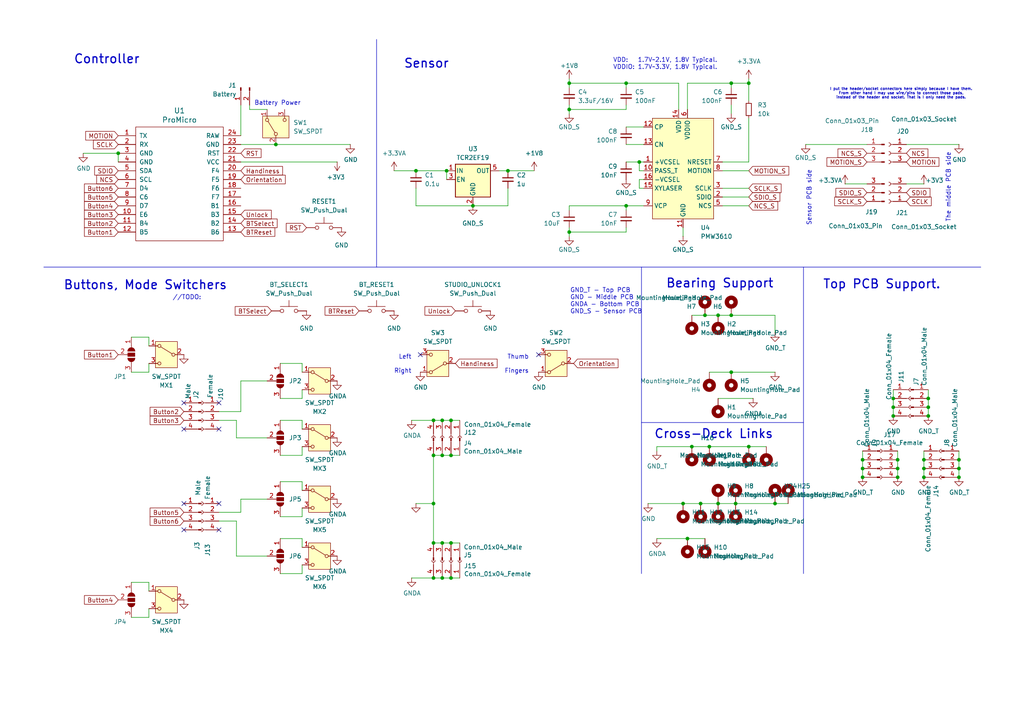
<source format=kicad_sch>
(kicad_sch (version 20250114) (generator "eeschema") (generator_version "9.0")
  (paper "A4")
  (text "//TODO:\n" (at 50.038 86.36 0) (effects (font (size 1.27 1.27)) (justify left)))
  (text "VDD:   1.7V~2.1V, 1.8V Typical.\nVDDIO: 1.7V~3.3V, 1.8V Typical." (at 177.8 20.32 0) (effects (font (size 1.27 1.27)) (justify left bottom)))
  (text "Battery Power" (at 80.518 29.972 0) (effects (font (size 1.27 1.27))))
  (text "I put the header/socket connectors here simply because I have them.\nFrom other hand I may use wire/pins to connect those pads,\ninstead of the header and socket. That is I only need the pads." (at 261.366 27.178 0) (effects (font (size 0.762 0.762))))
  (text "GND_T - Top PCB\nGND - Middle PCB \nGNDA - Bottom PCB\nGND_S - Sensor PCB" (at 165.354 87.376 0) (effects (font (size 1.27 1.27)) (justify left)))
  (text "Top PCB Support." (at 255.778 82.55 0) (effects (font (size 2.54 2.54) (thickness 0.3556) (bold yes))))
  (text "The middle PCB side" (at 275.082 54.356 90) (effects (font (size 1.27 1.27))))
  (text "Sensor PCB side" (at 234.696 57.404 90) (effects (font (size 1.27 1.27))))
  (text "Thumb\n\nFingers" (at 153.416 105.664 0) (effects (font (size 1.27 1.27)) (justify right)))
  (text "Buttons, Mode Switchers" (at 42.164 82.804 0) (effects (font (size 2.54 2.54) (thickness 0.3556) (bold yes))))
  (text "Controller" (at 30.988 17.272 0) (effects (font (size 2.54 2.54) (thickness 0.3556) (bold yes))))
  (text "Bearing Support" (at 208.788 82.296 0) (effects (font (size 2.54 2.54) (thickness 0.3556) (bold yes))))
  (text "Cross-Deck Links" (at 207.01 125.984 0) (effects (font (size 2.54 2.54) (thickness 0.3556) (bold yes))))
  (text "Sensor" (at 123.698 18.542 0) (effects (font (size 2.54 2.54) (thickness 0.3556) (bold yes))))
  (text "Left\n\nRight" (at 119.38 105.664 0) (effects (font (size 1.27 1.27)) (justify right)))
  (junction (at 165.1 24.13))
  (junction (at 278.13 133.35))
  (junction (at 125.73 157.48))
  (junction (at 260.35 135.89))
  (junction (at 129.54 49.53))
  (junction (at 217.17 24.13))
  (junction (at 205.74 129.54))
  (junction (at 278.13 138.43))
  (junction (at 212.09 91.44))
  (junction (at 213.36 146.05))
  (junction (at 137.16 59.69))
  (junction (at 199.39 156.21))
  (junction (at 259.08 118.11))
  (junction (at 165.1 31.75))
  (junction (at 278.13 135.89))
  (junction (at 130.81 132.08))
  (junction (at 259.08 120.65))
  (junction (at 208.28 91.44))
  (junction (at 267.97 138.43))
  (junction (at 185.42 46.99))
  (junction (at 125.73 167.64))
  (junction (at 212.09 107.95))
  (junction (at 217.17 129.54))
  (junction (at 130.81 157.48))
  (junction (at 267.97 133.35))
  (junction (at 130.81 121.92))
  (junction (at 125.73 121.92))
  (junction (at 80.01 41.91))
  (junction (at 165.1 67.31))
  (junction (at 224.79 146.05))
  (junction (at 130.81 167.64))
  (junction (at 250.19 133.35))
  (junction (at 212.09 24.13))
  (junction (at 181.61 24.13))
  (junction (at 204.47 91.44))
  (junction (at 259.08 115.57))
  (junction (at 120.65 49.53))
  (junction (at 198.12 146.05))
  (junction (at 128.27 132.08))
  (junction (at 208.28 146.05))
  (junction (at 125.73 146.05))
  (junction (at 260.35 138.43))
  (junction (at 128.27 167.64))
  (junction (at 128.27 121.92))
  (junction (at 267.97 135.89))
  (junction (at 181.61 59.69))
  (junction (at 34.29 44.45))
  (junction (at 200.66 129.54))
  (junction (at 269.24 118.11))
  (junction (at 250.19 138.43))
  (junction (at 125.73 132.08))
  (junction (at 260.35 133.35))
  (junction (at 147.32 49.53))
  (junction (at 203.2 146.05))
  (junction (at 128.27 157.48))
  (junction (at 269.24 115.57))
  (junction (at 269.24 120.65))
  (junction (at 250.19 135.89))
  (no_connect (at 53.34 146.05))
  (no_connect (at 156.21 102.87))
  (no_connect (at 53.34 124.46))
  (no_connect (at 63.5 146.05))
  (no_connect (at 63.5 153.67))
  (no_connect (at 53.34 153.67))
  (no_connect (at 53.34 116.84))
  (no_connect (at 63.5 116.84))
  (no_connect (at 63.5 124.46))
  (no_connect (at 121.92 102.87))
  (wire (pts (xy 165.1 31.75) (xy 181.61 31.75)))
  (wire (pts (xy 144.78 49.53) (xy 147.32 49.53)))
  (wire (pts (xy 269.24 113.03) (xy 269.24 115.57)))
  (wire (pts (xy 181.61 60.96) (xy 181.61 59.69)))
  (wire (pts (xy 120.65 146.05) (xy 125.73 146.05)))
  (wire (pts (xy 87.63 132.08) (xy 87.63 129.54)))
  (wire (pts (xy 199.39 156.21) (xy 190.5 156.21)))
  (wire (pts (xy 87.63 139.7) (xy 87.63 142.24)))
  (wire (pts (xy 204.47 91.44) (xy 208.28 91.44)))
  (wire (pts (xy 87.63 149.86) (xy 87.63 147.32)))
  (wire (pts (xy 43.18 168.91) (xy 38.1 168.91)))
  (wire (pts (xy 137.16 59.69) (xy 147.32 59.69)))
  (wire (pts (xy 69.85 46.99) (xy 97.79 46.99)))
  (wire (pts (xy 87.63 166.37) (xy 87.63 163.83)))
  (wire (pts (xy 125.73 132.08) (xy 125.73 146.05)))
  (wire (pts (xy 125.73 146.05) (xy 125.73 157.48)))
  (wire (pts (xy 190.5 129.54) (xy 200.66 129.54)))
  (wire (pts (xy 181.61 59.69) (xy 186.69 59.69)))
  (wire (pts (xy 181.61 41.91) (xy 186.69 41.91)))
  (wire (pts (xy 69.85 144.78) (xy 77.47 144.78)))
  (wire (pts (xy 120.65 54.61) (xy 120.65 59.69)))
  (wire (pts (xy 208.28 115.57) (xy 218.44 115.57)))
  (wire (pts (xy 260.35 130.81) (xy 260.35 133.35)))
  (polyline (pts (xy 233.045 77.47) (xy 233.045 166.37)))
  (wire (pts (xy 128.27 167.64) (xy 130.81 167.64)))
  (wire (pts (xy 69.85 119.38) (xy 63.5 119.38)))
  (wire (pts (xy 147.32 59.69) (xy 147.32 54.61)))
  (wire (pts (xy 181.61 67.31) (xy 181.61 66.04)))
  (wire (pts (xy 181.61 46.99) (xy 185.42 46.99)))
  (wire (pts (xy 165.1 24.13) (xy 165.1 25.4)))
  (wire (pts (xy 101.6 41.91) (xy 80.01 41.91)))
  (wire (pts (xy 69.85 119.38) (xy 69.85 110.49)))
  (polyline (pts (xy 186.055 77.47) (xy 186.055 166.37)))
  (wire (pts (xy 165.1 33.02) (xy 165.1 31.75)))
  (wire (pts (xy 181.61 24.13) (xy 181.61 25.4)))
  (wire (pts (xy 125.73 132.08) (xy 128.27 132.08)))
  (wire (pts (xy 203.2 146.05) (xy 208.28 146.05)))
  (wire (pts (xy 245.11 53.34) (xy 251.46 53.34)))
  (wire (pts (xy 185.42 49.53) (xy 185.42 46.99)))
  (wire (pts (xy 87.63 115.57) (xy 87.63 113.03)))
  (wire (pts (xy 199.39 156.21) (xy 204.47 156.21)))
  (wire (pts (xy 63.5 121.92) (xy 68.58 121.92)))
  (wire (pts (xy 217.17 24.13) (xy 217.17 29.21)))
  (wire (pts (xy 119.38 121.92) (xy 125.73 121.92)))
  (polyline (pts (xy 186.055 122.555) (xy 233.045 122.555)))
  (wire (pts (xy 130.81 167.64) (xy 133.35 167.64)))
  (wire (pts (xy 213.36 146.05) (xy 224.79 146.05)))
  (wire (pts (xy 119.38 167.64) (xy 125.73 167.64)))
  (wire (pts (xy 147.32 49.53) (xy 154.94 49.53)))
  (wire (pts (xy 185.42 46.99) (xy 186.69 46.99)))
  (wire (pts (xy 38.1 179.07) (xy 43.18 179.07)))
  (wire (pts (xy 43.18 107.95) (xy 43.18 105.41)))
  (wire (pts (xy 217.17 22.86) (xy 217.17 24.13)))
  (wire (pts (xy 186.69 54.61) (xy 185.42 54.61)))
  (wire (pts (xy 125.73 121.92) (xy 128.27 121.92)))
  (wire (pts (xy 81.28 105.41) (xy 87.63 105.41)))
  (wire (pts (xy 259.08 118.11) (xy 259.08 120.65)))
  (wire (pts (xy 199.39 24.13) (xy 212.09 24.13)))
  (wire (pts (xy 250.19 130.81) (xy 250.19 133.35)))
  (wire (pts (xy 128.27 132.08) (xy 130.81 132.08)))
  (wire (pts (xy 190.5 129.54) (xy 190.5 130.81)))
  (wire (pts (xy 224.79 146.05) (xy 228.6 146.05)))
  (wire (pts (xy 217.17 129.54) (xy 222.25 129.54)))
  (wire (pts (xy 63.5 151.13) (xy 68.58 151.13)))
  (wire (pts (xy 69.85 41.91) (xy 80.01 41.91)))
  (wire (pts (xy 24.13 44.45) (xy 34.29 44.45)))
  (wire (pts (xy 262.89 41.91) (xy 278.13 41.91)))
  (wire (pts (xy 81.28 132.08) (xy 87.63 132.08)))
  (wire (pts (xy 129.54 49.53) (xy 129.54 52.07)))
  (wire (pts (xy 185.42 54.61) (xy 185.42 52.07)))
  (wire (pts (xy 200.66 129.54) (xy 205.74 129.54)))
  (wire (pts (xy 165.1 67.31) (xy 181.61 67.31)))
  (wire (pts (xy 77.47 31.75) (xy 72.39 31.75)))
  (wire (pts (xy 262.89 53.34) (xy 267.97 53.34)))
  (wire (pts (xy 217.17 57.15) (xy 209.55 57.15)))
  (wire (pts (xy 128.27 121.92) (xy 130.81 121.92)))
  (wire (pts (xy 208.28 146.05) (xy 213.36 146.05)))
  (wire (pts (xy 209.55 49.53) (xy 217.17 49.53)))
  (wire (pts (xy 217.17 54.61) (xy 209.55 54.61)))
  (wire (pts (xy 43.18 171.45) (xy 43.18 168.91)))
  (wire (pts (xy 212.09 30.48) (xy 212.09 33.02)))
  (wire (pts (xy 269.24 115.57) (xy 269.24 118.11)))
  (wire (pts (xy 260.35 133.35) (xy 260.35 135.89)))
  (wire (pts (xy 130.81 157.48) (xy 133.35 157.48)))
  (wire (pts (xy 87.63 156.21) (xy 87.63 158.75)))
  (wire (pts (xy 185.42 52.07) (xy 186.69 52.07)))
  (wire (pts (xy 278.13 133.35) (xy 278.13 135.89)))
  (wire (pts (xy 205.74 107.95) (xy 212.09 107.95)))
  (wire (pts (xy 267.97 133.35) (xy 267.97 135.89)))
  (wire (pts (xy 72.39 31.75) (xy 72.39 30.48)))
  (wire (pts (xy 217.17 46.99) (xy 217.17 34.29)))
  (wire (pts (xy 196.85 24.13) (xy 196.85 31.75)))
  (wire (pts (xy 186.69 49.53) (xy 185.42 49.53)))
  (wire (pts (xy 81.28 121.92) (xy 87.63 121.92)))
  (wire (pts (xy 259.08 115.57) (xy 259.08 118.11)))
  (wire (pts (xy 130.81 121.92) (xy 133.35 121.92)))
  (wire (pts (xy 269.24 118.11) (xy 269.24 120.65)))
  (wire (pts (xy 250.19 135.89) (xy 250.19 138.43)))
  (wire (pts (xy 260.35 135.89) (xy 260.35 138.43)))
  (wire (pts (xy 165.1 67.31) (xy 165.1 66.04)))
  (wire (pts (xy 205.74 129.54) (xy 217.17 129.54)))
  (wire (pts (xy 198.12 68.58) (xy 198.12 66.04)))
  (wire (pts (xy 34.29 46.99) (xy 34.29 44.45)))
  (wire (pts (xy 212.09 24.13) (xy 217.17 24.13)))
  (wire (pts (xy 165.1 22.86) (xy 165.1 24.13)))
  (wire (pts (xy 120.65 59.69) (xy 137.16 59.69)))
  (wire (pts (xy 81.28 166.37) (xy 87.63 166.37)))
  (wire (pts (xy 198.12 146.05) (xy 203.2 146.05)))
  (wire (pts (xy 209.55 46.99) (xy 217.17 46.99)))
  (wire (pts (xy 165.1 24.13) (xy 181.61 24.13)))
  (wire (pts (xy 43.18 100.33) (xy 43.18 97.79)))
  (wire (pts (xy 212.09 107.95) (xy 224.79 107.95)))
  (wire (pts (xy 125.73 157.48) (xy 128.27 157.48)))
  (wire (pts (xy 200.66 91.44) (xy 204.47 91.44)))
  (wire (pts (xy 68.58 161.29) (xy 77.47 161.29)))
  (wire (pts (xy 38.1 107.95) (xy 43.18 107.95)))
  (wire (pts (xy 68.58 151.13) (xy 68.58 161.29)))
  (wire (pts (xy 212.09 24.13) (xy 212.09 25.4)))
  (wire (pts (xy 114.3 49.53) (xy 120.65 49.53)))
  (wire (pts (xy 208.28 91.44) (xy 212.09 91.44)))
  (wire (pts (xy 217.17 59.69) (xy 209.55 59.69)))
  (wire (pts (xy 181.61 36.83) (xy 186.69 36.83)))
  (wire (pts (xy 81.28 115.57) (xy 87.63 115.57)))
  (wire (pts (xy 165.1 68.58) (xy 165.1 67.31)))
  (wire (pts (xy 259.08 113.03) (xy 259.08 115.57)))
  (wire (pts (xy 81.28 156.21) (xy 87.63 156.21)))
  (wire (pts (xy 43.18 179.07) (xy 43.18 176.53)))
  (wire (pts (xy 278.13 130.81) (xy 278.13 133.35)))
  (polyline (pts (xy 12.7 77.47) (xy 284.48 77.47)))
  (wire (pts (xy 63.5 148.59) (xy 69.85 148.59)))
  (wire (pts (xy 81.28 149.86) (xy 87.63 149.86)))
  (wire (pts (xy 165.1 60.96) (xy 165.1 59.69)))
  (wire (pts (xy 87.63 105.41) (xy 87.63 107.95)))
  (wire (pts (xy 187.96 146.05) (xy 198.12 146.05)))
  (wire (pts (xy 43.18 97.79) (xy 38.1 97.79)))
  (wire (pts (xy 69.85 30.48) (xy 69.85 39.37)))
  (wire (pts (xy 267.97 135.89) (xy 267.97 138.43)))
  (wire (pts (xy 233.68 41.91) (xy 251.46 41.91)))
  (wire (pts (xy 81.28 139.7) (xy 87.63 139.7)))
  (wire (pts (xy 69.85 110.49) (xy 77.47 110.49)))
  (wire (pts (xy 128.27 157.48) (xy 130.81 157.48)))
  (wire (pts (xy 212.09 91.44) (xy 224.79 91.44)))
  (wire (pts (xy 69.85 148.59) (xy 69.85 144.78)))
  (wire (pts (xy 120.65 49.53) (xy 129.54 49.53)))
  (wire (pts (xy 181.61 31.75) (xy 181.61 30.48)))
  (wire (pts (xy 68.58 121.92) (xy 68.58 127)))
  (wire (pts (xy 68.58 127) (xy 77.47 127)))
  (polyline (pts (xy 109.22 11.43) (xy 109.22 77.47)))
  (wire (pts (xy 125.73 167.64) (xy 128.27 167.64)))
  (wire (pts (xy 267.97 130.81) (xy 267.97 133.35)))
  (wire (pts (xy 130.81 132.08) (xy 133.35 132.08)))
  (wire (pts (xy 181.61 24.13) (xy 196.85 24.13)))
  (wire (pts (xy 165.1 59.69) (xy 181.61 59.69)))
  (wire (pts (xy 278.13 135.89) (xy 278.13 138.43)))
  (wire (pts (xy 87.63 121.92) (xy 87.63 124.46)))
  (wire (pts (xy 250.19 133.35) (xy 250.19 135.89)))
  (wire (pts (xy 199.39 24.13) (xy 199.39 31.75)))
  (wire (pts (xy 165.1 31.75) (xy 165.1 30.48)))
  (wire (pts (xy 224.79 91.44) (xy 224.79 96.52)))
  (global_label "BTReset" (shape input) (at 104.14 90.17 180) (property "Intersheetrefs" "${INTERSHEET_REFS}" (effects (hide yes))))
  (global_label "BTSelect" (shape input) (at 78.74 90.17 180) (property "Intersheetrefs" "${INTERSHEET_REFS}" (effects (hide yes))))
  (global_label "MOTION" (shape input) (at 262.89 46.99 0) (property "Intersheetrefs" "${INTERSHEET_REFS}" (effects (hide yes))))
  (global_label "Button1" (shape input) (at 34.29 67.31 180) (property "Intersheetrefs" "${INTERSHEET_REFS}" (effects (hide yes))))
  (global_label "RST" (shape input) (at 69.85 44.45 0) (property "Intersheetrefs" "${INTERSHEET_REFS}" (effects (hide yes))))
  (global_label "Handiness" (shape input) (at 69.85 49.53 0) (property "Intersheetrefs" "${INTERSHEET_REFS}" (effects (hide yes))))
  (global_label "SDIO_S" (shape input) (at 217.17 57.15 0) (property "Intersheetrefs" "${INTERSHEET_REFS}" (effects (hide yes))))
  (global_label "Button3" (shape input) (at 34.29 62.23 180) (property "Intersheetrefs" "${INTERSHEET_REFS}" (effects (hide yes))))
  (global_label "MOTION" (shape input) (at 34.29 39.37 180) (property "Intersheetrefs" "${INTERSHEET_REFS}" (effects (hide yes))))
  (global_label "Button6" (shape input) (at 34.29 54.61 180) (property "Intersheetrefs" "${INTERSHEET_REFS}" (effects (hide yes))))
  (global_label "Button1" (shape input) (at 34.29 102.87 180) (property "Intersheetrefs" "${INTERSHEET_REFS}" (effects (hide yes))))
  (global_label "NCS" (shape input) (at 34.29 52.07 180) (property "Intersheetrefs" "${INTERSHEET_REFS}" (effects (hide yes))))
  (global_label "Orientation" (shape input) (at 166.37 105.41 0) (property "Intersheetrefs" "${INTERSHEET_REFS}" (effects (hide yes))))
  (global_label "NCS_S" (shape input) (at 217.17 59.69 0) (property "Intersheetrefs" "${INTERSHEET_REFS}" (effects (hide yes))))
  (global_label "Unlock" (shape input) (at 132.08 90.17 180) (property "Intersheetrefs" "${INTERSHEET_REFS}" (effects (hide yes))))
  (global_label "Button5" (shape input) (at 53.34 148.59 180) (property "Intersheetrefs" "${INTERSHEET_REFS}" (effects (hide yes))))
  (global_label "Orientation" (shape input) (at 69.85 52.07 0) (property "Intersheetrefs" "${INTERSHEET_REFS}" (effects (hide yes))))
  (global_label "SDIO_S" (shape input) (at 251.46 55.88 180) (property "Intersheetrefs" "${INTERSHEET_REFS}" (effects (hide yes))))
  (global_label "NCS" (shape input) (at 262.89 44.45 0) (property "Intersheetrefs" "${INTERSHEET_REFS}" (effects (hide yes))))
  (global_label "SCLK_S" (shape input) (at 217.17 54.61 0) (property "Intersheetrefs" "${INTERSHEET_REFS}" (effects (hide yes))))
  (global_label "Button4" (shape input) (at 34.29 173.99 180) (property "Intersheetrefs" "${INTERSHEET_REFS}" (effects (hide yes))))
  (global_label "NCS_S" (shape input) (at 251.46 44.45 180) (property "Intersheetrefs" "${INTERSHEET_REFS}" (effects (hide yes))))
  (global_label "MOTION_S" (shape input) (at 251.46 46.99 180) (property "Intersheetrefs" "${INTERSHEET_REFS}" (effects (hide yes))))
  (global_label "Button2" (shape input) (at 34.29 64.77 180) (property "Intersheetrefs" "${INTERSHEET_REFS}" (effects (hide yes))))
  (global_label "RST" (shape input) (at 88.9 66.04 180) (property "Intersheetrefs" "${INTERSHEET_REFS}" (effects (hide yes))))
  (global_label "SCLK" (shape input) (at 34.29 41.91 180) (property "Intersheetrefs" "${INTERSHEET_REFS}" (effects (hide yes))))
  (global_label "Button6" (shape input) (at 53.34 151.13 180) (property "Intersheetrefs" "${INTERSHEET_REFS}" (effects (hide yes))))
  (global_label "Handiness" (shape input) (at 132.08 105.41 0) (property "Intersheetrefs" "${INTERSHEET_REFS}" (effects (hide yes))))
  (global_label "Button5" (shape input) (at 34.29 57.15 180) (property "Intersheetrefs" "${INTERSHEET_REFS}" (effects (hide yes))))
  (global_label "MOTION_S" (shape input) (at 217.17 49.53 0) (property "Intersheetrefs" "${INTERSHEET_REFS}" (effects (hide yes))))
  (global_label "SCLK" (shape input) (at 262.89 58.42 0) (property "Intersheetrefs" "${INTERSHEET_REFS}" (effects (hide yes))))
  (global_label "SDIO" (shape input) (at 34.29 49.53 180) (property "Intersheetrefs" "${INTERSHEET_REFS}" (effects (hide yes))))
  (global_label "SDIO" (shape input) (at 262.89 55.88 0) (property "Intersheetrefs" "${INTERSHEET_REFS}" (effects (hide yes))))
  (global_label "Button4" (shape input) (at 34.29 59.69 180) (property "Intersheetrefs" "${INTERSHEET_REFS}" (effects (hide yes))))
  (global_label "SCLK_S" (shape input) (at 251.46 58.42 180) (property "Intersheetrefs" "${INTERSHEET_REFS}" (effects (hide yes))))
  (global_label "BTSelect" (shape input) (at 69.85 64.77 0) (property "Intersheetrefs" "${INTERSHEET_REFS}" (effects (hide yes))))
  (global_label "Unlock" (shape input) (at 69.85 62.23 0) (property "Intersheetrefs" "${INTERSHEET_REFS}" (effects (hide yes))))
  (global_label "BTReset" (shape input) (at 69.85 67.31 0) (property "Intersheetrefs" "${INTERSHEET_REFS}" (effects (hide yes))))
  (global_label "Button2" (shape input) (at 53.34 119.38 180) (property "Intersheetrefs" "${INTERSHEET_REFS}" (effects (hide yes))))
  (global_label "Button3" (shape input) (at 53.34 121.92 180) (property "Intersheetrefs" "${INTERSHEET_REFS}" (effects (hide yes))))
  (symbol (lib_id "promicro:ProMicro") (at 52.07 58.42 0) (unit 1)
    (property "Reference" "U1" (at 52.07 32.0802 0) (effects (font (size 1.524 1.524))))
    (property "Value" "ProMicro" (at 52.07 34.7726 0) (effects (font (size 1.524 1.524))))
    (property "Footprint" "promicro:ProMicro" (effects (hide yes)))
  )
  (symbol (lib_id "Connector:Conn_01x04_Male") (at 58.42 148.59 0) (mirror y) (unit 1)
    (property "Reference" "J3" (at 57.15 159.512 90) (effects (justify left)))
    (property "Value" "Male" (at 57.404 143.764 90) (effects (justify left)))
    (property "Footprint" "Connector_PinHeader_2.54mm:PinHeader_1x04_P2.54mm_Vertical" (effects (hide yes)))
  )
  (symbol (lib_id "Connector:Conn_01x04_Male") (at 130.81 162.56 270) (mirror x) (unit 1)
    (property "Reference" "J5" (at 134.4676 160.9852 90) (effects (justify left)))
    (property "Value" "Conn_01x04_Male" (at 134.4676 158.6738 90) (effects (justify left)))
    (property "Footprint" "Connector_PinHeader_2.54mm:PinHeader_1x04_P2.54mm_Vertical" (effects (hide yes)))
  )
  (symbol (lib_id "Connector:Conn_01x04_Male") (at 58.42 119.38 0) (mirror y) (unit 1)
    (property "Reference" "J2" (at 56.8452 115.7224 90) (effects (justify left)))
    (property "Value" "Male" (at 54.5338 115.7224 90) (effects (justify left)))
    (property "Footprint" "Connector_PinHeader_2.54mm:PinHeader_1x04_P2.54mm_Vertical" (effects (hide yes)))
  )
  (symbol (lib_id "Connector:Conn_01x04_Male") (at 130.81 127 270) (unit 1)
    (property "Reference" "J4" (at 134.4676 128.5748 90) (effects (justify left)))
    (property "Value" "Conn_01x04_Male" (at 134.4676 130.8862 90) (effects (justify left)))
    (property "Footprint" "Connector_PinHeader_2.54mm:PinHeader_1x04_P2.54mm_Vertical" (effects (hide yes)))
  )
  (symbol (lib_id "power:GND") (at 24.13 44.45 0) (unit 1)
    (property "Reference" "#PWR0103" (effects (hide yes)))
    (property "Value" "GND" (at 24.257 48.8442 0))
  )
  (symbol (lib_id "power:+3V3") (at 97.79 46.99 180) (unit 1)
    (property "Reference" "#PWR0104" (effects (hide yes)))
    (property "Value" "+3V3" (at 97.409 51.3842 0))
  )
  (symbol (lib_id "power:GND") (at 101.6 41.91 0) (unit 1)
    (property "Reference" "#PWR0105" (effects (hide yes)))
    (property "Value" "GND" (at 101.727 46.3042 0))
  )
  (symbol (lib_id "Connector:Conn_01x04_Female") (at 58.42 119.38 0) (mirror y) (unit 1)
    (property "Reference" "J10" (at 64.008 112.522 90) (effects (justify right)))
    (property "Value" "Female" (at 60.96 108.458 90) (effects (justify right)))
    (property "Footprint" "Connector_PinSocket_2.54mm:PinSocket_1x04_P2.54mm_Vertical" (effects (hide yes)))
  )
  (symbol (lib_id "Connector:Conn_01x04_Female") (at 264.16 115.57 0) (unit 1)
    (property "Reference" "J11" (at 261.366 107.442 90) (effects (justify right)))
    (property "Value" "Conn_01x04_Female" (at 257.81 96.52 90) (effects (justify right)))
    (property "Footprint" "Connector_PinSocket_2.54mm:PinSocket_1x04_P2.54mm_Vertical" (effects (hide yes)))
  )
  (symbol (lib_id "Connector:Conn_01x04_Female") (at 130.81 127 270) (unit 1)
    (property "Reference" "J12" (at 134.5692 125.4252 90) (effects (justify left)))
    (property "Value" "Conn_01x04_Female" (at 134.5692 123.1138 90) (effects (justify left)))
    (property "Footprint" "Connector_PinSocket_2.54mm:PinSocket_1x04_P2.54mm_Vertical" (effects (hide yes)))
  )
  (symbol (lib_id "Connector:Conn_01x04_Female") (at 58.42 148.59 0) (mirror y) (unit 1)
    (property "Reference" "J13" (at 60.198 157.734 90) (effects (justify right)))
    (property "Value" "Female" (at 60.198 137.922 90) (effects (justify right)))
    (property "Footprint" "Connector_PinSocket_2.54mm:PinSocket_1x04_P2.54mm_Vertical" (effects (hide yes)))
  )
  (symbol (lib_id "Connector:Conn_01x04_Female") (at 273.05 133.35 0) (unit 1)
    (property "Reference" "J14" (at 271.4752 140.6652 90) (effects (justify right)))
    (property "Value" "Conn_01x04_Female" (at 269.1638 140.6652 90) (effects (justify right)))
    (property "Footprint" "Connector_PinSocket_2.54mm:PinSocket_1x04_P2.54mm_Vertical" (effects (hide yes)))
  )
  (symbol (lib_id "Connector:Conn_01x04_Female") (at 130.81 162.56 270) (mirror x) (unit 1)
    (property "Reference" "J15" (at 134.5692 164.1348 90) (effects (justify left)))
    (property "Value" "Conn_01x04_Female" (at 134.5692 166.4462 90) (effects (justify left)))
    (property "Footprint" "Connector_PinSocket_2.54mm:PinSocket_1x04_P2.54mm_Vertical" (effects (hide yes)))
  )
  (symbol (lib_id "Connector:Conn_01x04_Female") (at 255.27 133.35 0) (mirror y) (unit 1)
    (property "Reference" "J17" (at 258.0132 126.111 0))
    (property "Value" "Conn_01x04_Female" (at 258.0132 128.4224 0))
    (property "Footprint" "Connector_PinSocket_2.54mm:PinSocket_1x04_P2.54mm_Vertical" (effects (hide yes)))
  )
  (symbol (lib_id "Connector:Conn_01x04_Male") (at 264.16 115.57 0) (unit 1)
    (property "Reference" "J7" (at 265.7348 111.9124 90) (effects (justify left)))
    (property "Value" "Conn_01x04_Male" (at 268.0462 111.9124 90) (effects (justify left)))
    (property "Footprint" "Connector_PinHeader_2.54mm:PinHeader_1x04_P2.54mm_Vertical" (effects (hide yes)))
  )
  (symbol (lib_id "Connector:Conn_01x04_Male") (at 273.05 133.35 0) (unit 1)
    (property "Reference" "J8" (at 274.6248 129.6924 90) (effects (justify left)))
    (property "Value" "Conn_01x04_Male" (at 276.9362 129.6924 90) (effects (justify left)))
    (property "Footprint" "Connector_PinHeader_2.54mm:PinHeader_1x04_P2.54mm_Vertical" (effects (hide yes)))
  )
  (symbol (lib_id "Connector:Conn_01x04_Male") (at 255.27 133.35 0) (mirror y) (unit 1)
    (property "Reference" "J9" (at 253.6952 129.6924 90) (effects (justify left)))
    (property "Value" "Conn_01x04_Male" (at 251.3838 129.6924 90) (effects (justify left)))
    (property "Footprint" "Connector_PinHeader_2.54mm:PinHeader_1x04_P2.54mm_Vertical" (effects (hide yes)))
  )
  (symbol (lib_id "power:GNDA") (at 119.38 121.92 0) (unit 1)
    (property "Reference" "#PWR0108" (effects (hide yes)))
    (property "Value" "GNDA" (at 119.507 126.3142 0))
  )
  (symbol (lib_id "Connector:Conn_01x03_Socket") (at 257.81 44.45 0) (mirror y) (unit 1)
    (property "Reference" "J20" (at 261.874 38.1 0))
    (property "Value" "Conn_01x03_Socket" (at 267.97 34.544 0))
    (property "Footprint" "Connector_PinSocket_2.54mm:PinSocket_1x03_P2.54mm_Vertical" (effects (hide yes)))
    (property "Description" "Generic connector, single row, 01x03, script generated" (effects (hide yes)))
  )
  (symbol (lib_id "power:GND") (at 267.97 138.43 0) (unit 1)
    (property "Reference" "#PWR020" (effects (hide yes)))
    (property "Value" "GND" (at 268.097 142.8242 0))
  )
  (symbol (lib_id "Jumper:SolderJumper_3_Open") (at 38.1 102.87 270) (unit 1) (in_bom no)
    (property "Reference" "JP1" (at 33.02 109.22 90) (effects (justify left)))
    (property "Value" "SolderJumper_3_Open" (effects (hide yes)))
    (property "Footprint" "Jumper:SolderJumper-3_P1.3mm_Open_RoundedPad1.0x1.5mm" (effects (hide yes)))
    (property "Description" "Solder Jumper, 3-pole, open" (effects (hide yes)))
  )
  (symbol (lib_id "Mechanical:MountingHole_Pad") (at 203.2 148.59 180) (unit 1) (in_bom no)
    (property "Reference" "H12" (at 205.74 148.5899 0) (effects (justify right)))
    (property "Value" "MountingHole_Pad" (at 205.74 151.1299 0) (effects (justify right)))
    (property "Footprint" "MountingHole:MountingHole_3.5mm_Pad" (effects (hide yes)))
    (property "Description" "Mounting Hole with connection" (effects (hide yes)))
  )
  (symbol (lib_id "power:GND") (at 99.06 66.04 0) (unit 1)
    (property "Reference" "#PWR017" (effects (hide yes)))
    (property "Value" "GND" (at 99.06 71.12 0))
    (property "Description" "Power symbol creates a global label with name \"GND\" , ground" (effects (hide yes)))
  )
  (symbol (lib_id "Device:C_Small") (at 120.65 52.07 0) (unit 1)
    (property "Reference" "C1" (at 123.19 50.8062 0) (effects (justify left)))
    (property "Value" "0.1u" (at 123.19 53.3462 0) (effects (justify left)))
    (property "Footprint" "Capacitor_SMD:C_0402_1005Metric" (effects (hide yes)))
    (property "Description" "Unpolarized capacitor, small symbol" (effects (hide yes)))
  )
  (symbol (lib_id "Mechanical:MountingHole_Pad") (at 205.74 110.49 180) (unit 1) (in_bom no)
    (property "Reference" "H4" (at 203.2 113.0301 0) (effects (justify left)))
    (property "Value" "MountingHole_Pad" (at 203.2 110.4901 0) (effects (justify left)))
    (property "Footprint" "MountingHole:MountingHole_2.5mm_Pad" (effects (hide yes)))
    (property "Description" "Mounting Hole with connection" (effects (hide yes)))
  )
  (symbol (lib_id "power:+1V8") (at 154.94 49.53 0) (unit 1)
    (property "Reference" "#PWR03" (effects (hide yes)))
    (property "Value" "+1V8" (at 154.94 44.45 0))
    (property "Description" "Power symbol creates a global label with name \"+1V8\"" (effects (hide yes)))
  )
  (symbol (lib_id "Mechanical:MountingHole_Pad") (at 224.79 143.51 0) (unit 1) (in_bom no)
    (property "Reference" "H24" (at 227.33 140.9699 0) (effects (justify left)))
    (property "Value" "MountingHole_Pad" (at 227.33 143.5099 0) (effects (justify left)))
    (property "Footprint" "ButtonLevers:ButtonLever_HingeSlot" (effects (hide yes)))
    (property "Description" "Mounting Hole with connection" (effects (hide yes)))
  )
  (symbol (lib_id "Mechanical:MountingHole_Pad") (at 205.74 132.08 180) (unit 1) (in_bom no)
    (property "Reference" "H17" (at 208.28 132.0799 0) (effects (justify right)))
    (property "Value" "MountingHole_Pad" (at 208.28 134.6199 0) (effects (justify right)))
    (property "Footprint" "MountingHole:MountingHole_3.5mm_Pad" (effects (hide yes)))
    (property "Description" "Mounting Hole with connection" (effects (hide yes)))
  )
  (symbol (lib_id "power:GND") (at 120.65 146.05 0) (unit 1)
    (property "Reference" "#PWR030" (effects (hide yes)))
    (property "Value" "GND" (effects (hide yes)))
  )
  (symbol (lib_id "Device:R_Small") (at 217.17 31.75 0) (unit 1)
    (property "Reference" "R3" (at 219.71 30.48 0) (effects (justify left)))
    (property "Value" "10k" (at 219.71 33.02 0) (effects (justify left)))
    (property "Footprint" "Resistor_SMD:R_0603_1608Metric" (effects (hide yes)))
    (property "JLCPCB Part #" "C25804" (effects (hide yes)))
    (property "MFR. Part #" "0603WAF1002T5E" (effects (hide yes)))
  )
  (symbol (lib_id "Mechanical:MountingHole_Pad") (at 217.17 132.08 180) (unit 1) (in_bom no)
    (property "Reference" "H19" (at 214.63 134.6201 0) (effects (justify left)))
    (property "Value" "MountingHole_Pad" (at 214.63 132.0801 0) (effects (justify left)))
    (property "Footprint" "ButtonLevers:ButtonLever_HingeSlot" (effects (hide yes)))
    (property "Description" "Mounting Hole with connection" (effects (hide yes)))
  )
  (symbol (lib_id "power:GNDA") (at 218.44 115.57 0) (unit 1)
    (property "Reference" "#PWR011" (effects (hide yes)))
    (property "Value" "GNDA" (at 218.567 119.9642 0))
  )
  (symbol (lib_id "power:GNDA") (at 97.79 110.49 0) (unit 1)
    (property "Reference" "#PWR037" (effects (hide yes)))
    (property "Value" "GNDA" (at 97.917 114.8842 0))
  )
  (symbol (lib_id "Mechanical:MountingHole_Pad") (at 200.66 132.08 180) (unit 1) (in_bom no)
    (property "Reference" "H16" (at 203.2 126.9999 0) (effects (justify right)))
    (property "Value" "MountingHole_Pad" (at 203.2 134.6199 0) (effects (justify right)))
    (property "Footprint" "MountingHole:MountingHole_3.5mm_Pad" (effects (hide yes)))
    (property "Description" "Mounting Hole with connection" (effects (hide yes)))
  )
  (symbol (lib_id "power:GND") (at 137.16 59.69 0) (unit 1)
    (property "Reference" "#PWR01" (effects (hide yes)))
    (property "Value" "GND_S" (at 137.16 64.77 0))
    (property "Description" "Power symbol creates a global label with name \"GND\" , ground" (effects (hide yes)))
  )
  (symbol (lib_id "Switch:SW_SPDT") (at 92.71 144.78 0) (mirror y) (unit 1)
    (property "Reference" "MX5" (at 92.71 153.67 0))
    (property "Value" "SW_SPDT" (at 92.71 151.13 0))
    (property "Footprint" "footprints:SW_D2FC_OMR" (effects (hide yes)))
    (property "Description" "Switch, single pole double throw" (effects (hide yes)))
  )
  (symbol (lib_id "Mechanical:MountingHole_Pad") (at 212.09 88.9 0) (unit 1) (in_bom no)
    (property "Reference" "H6" (at 209.55 88.9001 0) (effects (justify right)))
    (property "Value" "MountingHole_Pad" (at 209.55 86.3601 0) (effects (justify right)))
    (property "Footprint" "MountingHole:MountingHole_2.5mm_Pad" (effects (hide yes)))
    (property "Description" "Mounting Hole with connection" (effects (hide yes)))
  )
  (symbol (lib_id "power:GND") (at 53.34 102.87 0) (mirror y) (unit 1)
    (property "Reference" "#PWR026" (effects (hide yes)))
    (property "Value" "GND" (effects (hide yes)))
  )
  (symbol (lib_id "power:GND") (at 278.13 138.43 0) (unit 1)
    (property "Reference" "#PWR023" (effects (hide yes)))
    (property "Value" "GND_T" (at 278.257 142.8242 0))
  )
  (symbol (lib_id "power:GNDA") (at 97.79 127 0) (unit 1)
    (property "Reference" "#PWR038" (effects (hide yes)))
    (property "Value" "GNDA" (at 97.917 131.3942 0))
  )
  (symbol (lib_id "power:+3.3VA") (at 217.17 22.86 0) (unit 1)
    (property "Reference" "#PWR08" (effects (hide yes)))
    (property "Value" "+3.3VA" (at 217.17 17.78 0))
    (property "Description" "Power symbol creates a global label with name \"+3.3VA\"" (effects (hide yes)))
  )
  (symbol (lib_id "power:GND") (at 198.12 68.58 0) (unit 1)
    (property "Reference" "#PWR07" (effects (hide yes)))
    (property "Value" "GND_S" (at 198.12 72.39 0))
  )
  (symbol (lib_id "Switch:SW_SPDT") (at 92.71 110.49 0) (mirror y) (unit 1)
    (property "Reference" "MX2" (at 92.71 119.38 0))
    (property "Value" "SW_SPDT" (at 92.71 116.84 0))
    (property "Footprint" "footprints:SW_D2FC_OMR" (effects (hide yes)))
    (property "Description" "Switch, single pole double throw" (effects (hide yes)))
  )
  (symbol (lib_id "power:+1V8") (at 165.1 22.86 0) (unit 1)
    (property "Reference" "#PWR04" (effects (hide yes)))
    (property "Value" "+1V8" (at 165.1 19.05 0))
  )
  (symbol (lib_id "pmw3610_pcb:PMW3610DM-SUDU") (at 198.12 49.53 0) (unit 1)
    (property "Reference" "U4" (at 203.2 66.04 0) (effects (justify left)))
    (property "Value" "PMW3610" (at 203.2 68.58 0) (effects (justify left)))
    (property "Footprint" "pmw3610_pcb:PMW3610DM-SUDU 16Pin" (effects (hide yes)))
    (property "JLCPCB Part #" "C42442560" (effects (hide yes)))
    (property "MFR. Part #" "PMW3610DM-SUDU" (effects (hide yes)))
  )
  (symbol (lib_id "Mechanical:MountingHole_Pad") (at 208.28 148.59 180) (unit 1) (in_bom no)
    (property "Reference" "H13" (at 210.82 148.5899 0) (effects (justify right)))
    (property "Value" "MountingHole_Pad" (at 210.82 151.1299 0) (effects (justify right)))
    (property "Footprint" "MountingHole:MountingHole_3.5mm_Pad" (effects (hide yes)))
    (property "Description" "Mounting Hole with connection" (effects (hide yes)))
  )
  (symbol (lib_id "power:+3.3VA") (at 245.11 53.34 0) (unit 1)
    (property "Reference" "#PWR015" (effects (hide yes)))
    (property "Value" "+3.3VA" (at 240.792 52.324 0))
    (property "Description" "Power symbol creates a global label with name \"+3.3VA\"" (effects (hide yes)))
  )
  (symbol (lib_id "power:GND") (at 224.79 107.95 0) (unit 1)
    (property "Reference" "#PWR010" (effects (hide yes)))
    (property "Value" "GND" (at 224.917 112.3442 0))
  )
  (symbol (lib_id "Mechanical:MountingHole_Pad") (at 213.36 143.51 0) (unit 1) (in_bom no)
    (property "Reference" "H8" (at 215.9 140.9699 0) (effects (justify left)))
    (property "Value" "MountingHole_Pad" (at 215.9 143.5099 0) (effects (justify left)))
    (property "Footprint" "ButtonLevers:ButtonLever_HingeSlot" (effects (hide yes)))
    (property "Description" "Mounting Hole with connection" (effects (hide yes)))
  )
  (symbol (lib_id "Switch:SW_SPDT") (at 127 105.41 180) (unit 1)
    (property "Reference" "SW3" (at 127 96.52 0))
    (property "Value" "SW_SPDT" (at 127 99.06 0))
    (property "Footprint" "KiCad:18252321" (effects (hide yes)))
    (property "Description" "Switch, single pole double throw" (effects (hide yes)))
  )
  (symbol (lib_id "Mechanical:MountingHole_Pad") (at 212.09 110.49 180) (unit 1) (in_bom no)
    (property "Reference" "H5" (at 214.63 110.4899 0) (effects (justify right)))
    (property "Value" "MountingHole_Pad" (at 214.63 113.0299 0) (effects (justify right)))
    (property "Footprint" "MountingHole:MountingHole_2.5mm_Pad" (effects (hide yes)))
    (property "Description" "Mounting Hole with connection" (effects (hide yes)))
  )
  (symbol (lib_id "Mechanical:MountingHole_Pad") (at 213.36 148.59 180) (unit 1) (in_bom no)
    (property "Reference" "H14" (at 215.9 148.5899 0) (effects (justify right)))
    (property "Value" "MountingHole_Pad" (at 215.9 151.1299 0) (effects (justify right)))
    (property "Footprint" "MountingHole:MountingHole_3.5mm_Pad" (effects (hide yes)))
    (property "Description" "Mounting Hole with connection" (effects (hide yes)))
  )
  (symbol (lib_id "Mechanical:MountingHole_Pad") (at 208.28 143.51 0) (unit 1) (in_bom no)
    (property "Reference" "H9" (at 210.82 140.9699 0) (effects (justify left)))
    (property "Value" "MountingHole_Pad" (at 210.82 143.5099 0) (effects (justify left)))
    (property "Footprint" "ButtonLevers:ButtonLever_HingeSlot" (effects (hide yes)))
    (property "Description" "Mounting Hole with connection" (effects (hide yes)))
  )
  (symbol (lib_id "power:GNDA") (at 190.5 156.21 0) (unit 1)
    (property "Reference" "#PWR034" (effects (hide yes)))
    (property "Value" "GNDA" (at 190.627 160.6042 0))
  )
  (symbol (lib_id "Switch:SW_SPDT") (at 161.29 105.41 180) (unit 1)
    (property "Reference" "SW2" (at 161.29 96.52 0))
    (property "Value" "SW_SPDT" (at 161.29 99.06 0))
    (property "Footprint" "KiCad:18252321" (effects (hide yes)))
    (property "Description" "Switch, single pole double throw" (effects (hide yes)))
  )
  (symbol (lib_id "Device:C_Small") (at 181.61 39.37 0) (mirror y) (unit 1)
    (property "Reference" "C8" (at 179.07 38.1063 0) (effects (justify left)))
    (property "Value" "100nF" (at 179.07 40.6463 0) (effects (justify left)))
    (property "Footprint" "Capacitor_SMD:C_0402_1005Metric" (effects (hide yes)))
    (property "JLCPCB Part #" "C14663" (effects (hide yes)))
    (property "MFR. Part #" "CC0603KRX7R9BB104" (effects (hide yes)))
  )
  (symbol (lib_id "Switch:SW_Push") (at 109.22 90.17 0) (unit 1)
    (property "Reference" "BT_RESET1" (at 109.22 82.55 0))
    (property "Value" "SW_Push_Dual" (at 109.22 85.09 0))
    (property "Footprint" "Button_Switch_SMD:SW_Push_1P1T_NO_CK_KSC6xxJ" (effects (hide yes)))
    (property "Description" "Push button switch, generic, two pins" (effects (hide yes)))
  )
  (symbol (lib_id "Switch:SW_SPDT") (at 80.01 36.83 90) (unit 1)
    (property "Reference" "SW1" (at 85.09 35.5599 90) (effects (justify right)))
    (property "Value" "SW_SPDT" (at 85.09 38.0999 90) (effects (justify right)))
    (property "Footprint" "KiCad:18252321" (effects (hide yes)))
    (property "Description" "Switch, single pole double throw" (effects (hide yes)))
  )
  (symbol (lib_id "power:GNDA") (at 119.38 167.64 0) (unit 1)
    (property "Reference" "#PWR029" (effects (hide yes)))
    (property "Value" "GNDA" (at 119.507 172.0342 0))
  )
  (symbol (lib_id "power:GNDA") (at 97.79 161.29 0) (unit 1)
    (property "Reference" "#PWR025" (effects (hide yes)))
    (property "Value" "GNDA" (at 97.917 165.6842 0))
  )
  (symbol (lib_id "Switch:SW_Push") (at 137.16 90.17 0) (unit 1)
    (property "Reference" "STUDIO_UNLOCK1" (at 137.16 82.55 0))
    (property "Value" "SW_Push_Dual" (at 137.16 85.09 0))
    (property "Footprint" "Button_Switch_SMD:SW_Push_1P1T_NO_CK_KSC6xxJ" (effects (hide yes)))
    (property "Description" "Push button switch, generic, two pins" (effects (hide yes)))
  )
  (symbol (lib_id "Mechanical:MountingHole_Pad") (at 204.47 158.75 180) (unit 1) (in_bom no)
    (property "Reference" "H10" (at 207.01 158.7499 0) (effects (justify right)))
    (property "Value" "MountingHole_Pad" (at 207.01 161.2899 0) (effects (justify right)))
    (property "Footprint" "MountingHole:MountingHole_3.5mm_Pad" (effects (hide yes)))
    (property "Description" "Mounting Hole with connection" (effects (hide yes)))
  )
  (symbol (lib_id "Mechanical:MountingHole_Pad") (at 208.28 93.98 180) (unit 1) (in_bom no)
    (property "Reference" "H2" (at 210.82 93.9799 0) (effects (justify right)))
    (property "Value" "MountingHole_Pad" (at 210.82 96.5199 0) (effects (justify right)))
    (property "Footprint" "MountingHole:MountingHole_2.5mm_Pad" (effects (hide yes)))
    (property "Description" "Mounting Hole with connection" (effects (hide yes)))
  )
  (symbol (lib_id "Device:C_Small") (at 165.1 63.5 0) (mirror y) (unit 1)
    (property "Reference" "C3" (at 162.56 62.2363 0) (effects (justify left)))
    (property "Value" "10uF" (at 162.56 64.7763 0) (effects (justify left)))
    (property "Footprint" "Capacitor_SMD:C_0402_1005Metric" (effects (hide yes)))
    (property "JLCPCB Part #" "C15850" (effects (hide yes)))
    (property "MFR. Part #" "CL21A106KAYNNNE" (effects (hide yes)))
  )
  (symbol (lib_id "power:GND") (at 165.1 33.02 0) (unit 1)
    (property "Reference" "#PWR05" (effects (hide yes)))
    (property "Value" "GND_S" (at 165.1 36.83 0))
  )
  (symbol (lib_id "power:GND") (at 156.21 107.95 0) (unit 1)
    (property "Reference" "#PWR018" (effects (hide yes)))
    (property "Value" "GND" (at 156.337 112.3442 0))
  )
  (symbol (lib_id "power:GNDA") (at 97.79 144.78 0) (unit 1)
    (property "Reference" "#PWR02" (effects (hide yes)))
    (property "Value" "GNDA" (at 97.917 149.1742 0))
  )
  (symbol (lib_id "power:+3.3VA") (at 114.3 49.53 0) (unit 1)
    (property "Reference" "#PWR09" (effects (hide yes)))
    (property "Value" "+3.3VA" (at 114.3 44.45 0))
    (property "Description" "Power symbol creates a global label with name \"+3.3VA\"" (effects (hide yes)))
  )
  (symbol (lib_id "power:GND") (at 165.1 68.58 0) (unit 1)
    (property "Reference" "#PWR06" (effects (hide yes)))
    (property "Value" "GND_S" (at 165.1 72.39 0))
  )
  (symbol (lib_id "Mechanical:MountingHole_Pad") (at 199.39 158.75 180) (unit 1) (in_bom no)
    (property "Reference" "H15" (at 201.93 158.7499 0) (effects (justify right)))
    (property "Value" "MountingHole_Pad" (at 201.93 161.2899 0) (effects (justify right)))
    (property "Footprint" "MountingHole:MountingHole_3.5mm_Pad" (effects (hide yes)))
    (property "Description" "Mounting Hole with connection" (effects (hide yes)))
  )
  (symbol (lib_id "Jumper:SolderJumper_3_Open") (at 38.1 173.99 270) (unit 1) (in_bom no)
    (property "Reference" "JP4" (at 33.02 180.34 90) (effects (justify left)))
    (property "Value" "SolderJumper_3_Open" (effects (hide yes)))
    (property "Footprint" "Jumper:SolderJumper-3_P1.3mm_Open_RoundedPad1.0x1.5mm" (effects (hide yes)))
    (property "Description" "Solder Jumper, 3-pole, open" (effects (hide yes)))
  )
  (symbol (lib_id "Mechanical:MountingHole_Pad") (at 222.25 132.08 180) (unit 1) (in_bom no)
    (property "Reference" "H18" (at 219.71 134.6201 0) (effects (justify left)))
    (property "Value" "MountingHole_Pad" (at 219.71 132.0801 0) (effects (justify left)))
    (property "Footprint" "ButtonLevers:ButtonLever_HingeSlot" (effects (hide yes)))
    (property "Description" "Mounting Hole with connection" (effects (hide yes)))
  )
  (symbol (lib_id "Device:C_Small") (at 181.61 27.94 0) (unit 1)
    (property "Reference" "C5" (at 184.15 26.6763 0) (effects (justify left)))
    (property "Value" "100nF" (at 184.15 29.2163 0) (effects (justify left)))
    (property "Footprint" "Capacitor_SMD:C_0402_1005Metric" (effects (hide yes)))
    (property "JLCPCB Part #" "C14663" (effects (hide yes)))
    (property "MFR. Part #" "CC0603KRX7R9BB104" (effects (hide yes)))
  )
  (symbol (lib_id "Switch:SW_SPDT") (at 48.26 102.87 0) (mirror y) (unit 1)
    (property "Reference" "MX1" (at 48.26 111.76 0))
    (property "Value" "SW_SPDT" (at 48.26 109.22 0))
    (property "Footprint" "footprints:SW_D2FC_OMR" (effects (hide yes)))
    (property "Description" "Switch, single pole double throw" (effects (hide yes)))
  )
  (symbol (lib_id "power:GND") (at 269.24 120.65 0) (unit 1)
    (property "Reference" "#PWR022" (effects (hide yes)))
    (property "Value" "GND_T" (at 269.367 125.0442 0))
  )
  (symbol (lib_id "Connector:Conn_01x02_Pin") (at 69.85 25.4 90) (mirror x) (unit 1)
    (property "Reference" "J1" (at 68.58 24.7649 90) (effects (justify left)))
    (property "Value" "Battery" (at 68.58 27.3049 90) (effects (justify left)))
    (property "Footprint" "Connector_PinHeader_2.54mm:PinHeader_1x02_P2.54mm_Vertical" (effects (hide yes)))
    (property "Description" "Generic connector, single row, 01x02, script generated" (effects (hide yes)))
  )
  (symbol (lib_id "Jumper:SolderJumper_3_Open") (at 81.28 127 270) (unit 1) (in_bom no)
    (property "Reference" "JP3" (at 83.82 126.9999 90) (effects (justify left)))
    (property "Value" "SolderJumper_3_Open" (effects (hide yes)))
    (property "Footprint" "Jumper:SolderJumper-3_P1.3mm_Open_RoundedPad1.0x1.5mm" (effects (hide yes)))
    (property "Description" "Solder Jumper, 3-pole, open" (effects (hide yes)))
  )
  (symbol (lib_id "Device:C_Small") (at 212.09 27.94 0) (mirror y) (unit 1)
    (property "Reference" "C6" (at 209.55 26.6763 0) (effects (justify left)))
    (property "Value" "100nF" (at 209.55 29.2163 0) (effects (justify left)))
    (property "Footprint" "Capacitor_SMD:C_0402_1005Metric" (effects (hide yes)))
    (property "JLCPCB Part #" "C14663" (effects (hide yes)))
    (property "MFR. Part #" "CC0603KRX7R9BB104" (effects (hide yes)))
  )
  (symbol (lib_id "power:GND") (at 121.92 107.95 0) (unit 1)
    (property "Reference" "#PWR028" (effects (hide yes)))
    (property "Value" "GND" (at 122.047 112.3442 0))
  )
  (symbol (lib_id "Mechanical:MountingHole_Pad") (at 208.28 118.11 180) (unit 1) (in_bom no)
    (property "Reference" "H1" (at 210.82 118.1099 0) (effects (justify right)))
    (property "Value" "MountingHole_Pad" (at 210.82 120.6499 0) (effects (justify right)))
    (property "Footprint" "MountingHole:MountingHole_2.5mm_Pad" (effects (hide yes)))
    (property "Description" "Mounting Hole with connection" (effects (hide yes)))
  )
  (symbol (lib_id "Jumper:SolderJumper_3_Open") (at 81.28 110.49 270) (unit 1) (in_bom no)
    (property "Reference" "JP2" (at 83.82 110.4899 90) (effects (justify left)))
    (property "Value" "SolderJumper_3_Open" (effects (hide yes)))
    (property "Footprint" "Jumper:SolderJumper-3_P1.3mm_Open_RoundedPad1.0x1.5mm" (effects (hide yes)))
    (property "Description" "Solder Jumper, 3-pole, open" (effects (hide yes)))
  )
  (symbol (lib_id "Device:C_Small") (at 147.32 52.07 0) (unit 1)
    (property "Reference" "C2" (at 149.86 50.8062 0) (effects (justify left)))
    (property "Value" "1u" (at 149.86 53.3462 0) (effects (justify left)))
    (property "Footprint" "Capacitor_SMD:C_0402_1005Metric" (effects (hide yes)))
    (property "Description" "Unpolarized capacitor, small symbol" (effects (hide yes)))
  )
  (symbol (lib_id "Switch:SW_Push") (at 83.82 90.17 0) (unit 1)
    (property "Reference" "BT_SELECT1" (at 83.82 82.55 0))
    (property "Value" "SW_Push_Dual" (at 83.82 85.09 0))
    (property "Footprint" "Button_Switch_SMD:SW_Push_1P1T_NO_CK_KSC6xxJ" (effects (hide yes)))
    (property "Description" "Push button switch, generic, two pins" (effects (hide yes)))
  )
  (symbol (lib_id "power:GND") (at 259.08 120.65 0) (unit 1)
    (property "Reference" "#PWR021" (effects (hide yes)))
    (property "Value" "GND" (at 259.207 125.0442 0))
  )
  (symbol (lib_id "power:GND") (at 181.61 52.07 0) (unit 1)
    (property "Reference" "#PWR0102" (effects (hide yes)))
    (property "Value" "GND_S" (at 181.61 55.88 0))
  )
  (symbol (lib_id "Device:C_Small") (at 165.1 27.94 0) (unit 1)
    (property "Reference" "C4" (at 167.64 26.6763 0) (effects (justify left)))
    (property "Value" "3.3uF/16V" (at 167.64 29.2163 0) (effects (justify left)))
    (property "Footprint" "Capacitor_SMD:C_0805_2012Metric" (effects (hide yes)))
    (property "JLCPCB Part #" "C7393948" (effects (hide yes)))
    (property "MFR. Part #" "TCC0805X7R335K250FT" (effects (hide yes)))
  )
  (symbol (lib_id "Mechanical:MountingHole_Pad") (at 198.12 148.59 180) (unit 1) (in_bom no)
    (property "Reference" "H11" (at 200.66 148.5899 0) (effects (justify right)))
    (property "Value" "MountingHole_Pad" (at 200.66 151.1299 0) (effects (justify right)))
    (property "Footprint" "MountingHole:MountingHole_3.5mm_Pad" (effects (hide yes)))
    (property "Description" "Mounting Hole with connection" (effects (hide yes)))
  )
  (symbol (lib_id "power:GND") (at 114.3 90.17 0) (unit 1)
    (property "Reference" "#PWR031" (effects (hide yes)))
    (property "Value" "GND" (at 114.3 95.25 0))
    (property "Description" "Power symbol creates a global label with name \"GND\" , ground" (effects (hide yes)))
  )
  (symbol (lib_id "power:GND") (at 53.34 173.99 0) (mirror y) (unit 1)
    (property "Reference" "#PWR027" (effects (hide yes)))
    (property "Value" "GND" (effects (hide yes)))
  )
  (symbol (lib_id "Connector:Conn_01x03_Pin") (at 256.54 55.88 180) (unit 1)
    (property "Reference" "J19" (at 250.952 61.468 0) (effects (justify right)))
    (property "Value" "Conn_01x03_Pin" (at 240.284 65.532 0) (effects (justify right)))
    (property "Footprint" "Connector_PinHeader_2.54mm:PinHeader_1x03_P2.54mm_Vertical" (effects (hide yes)))
    (property "Description" "Generic connector, single row, 01x03, script generated" (effects (hide yes)))
  )
  (symbol (lib_id "power:GND") (at 278.13 41.91 0) (unit 1)
    (property "Reference" "#PWR014" (effects (hide yes)))
    (property "Value" "GND" (at 278.257 46.3042 0))
  )
  (symbol (lib_id "Device:C_Small") (at 181.61 63.5 0) (mirror y) (unit 1)
    (property "Reference" "C7" (at 179.07 62.2363 0) (effects (justify left)))
    (property "Value" "10nF" (at 179.07 64.7763 0) (effects (justify left)))
    (property "Footprint" "Capacitor_SMD:C_0402_1005Metric" (effects (hide yes)))
    (property "JLCPCB Part #" "C57112" (effects (hide yes)))
    (property "MFR. Part #" "0603B103K500NT" (effects (hide yes)))
  )
  (symbol (lib_id "Connector:Conn_01x03_Pin") (at 256.54 44.45 0) (mirror y) (unit 1)
    (property "Reference" "J18" (at 251.46 37.592 0))
    (property "Value" "Conn_01x03_Pin" (at 247.142 35.052 0))
    (property "Footprint" "Connector_PinHeader_2.54mm:PinHeader_1x03_P2.54mm_Vertical" (effects (hide yes)))
    (property "Description" "Generic connector, single row, 01x03, script generated" (effects (hide yes)))
  )
  (symbol (lib_id "power:GND") (at 250.19 138.43 0) (unit 1)
    (property "Reference" "#PWR024" (effects (hide yes)))
    (property "Value" "GND_T" (at 250.317 142.8242 0))
  )
  (symbol (lib_id "Connector:Conn_01x03_Socket") (at 257.81 55.88 180) (unit 1)
    (property "Reference" "J21" (at 261.62 61.722 0))
    (property "Value" "Conn_01x03_Socket" (at 267.97 65.786 0))
    (property "Footprint" "Connector_PinSocket_2.54mm:PinSocket_1x03_P2.54mm_Vertical" (effects (hide yes)))
    (property "Description" "Generic connector, single row, 01x03, script generated" (effects (hide yes)))
  )
  (symbol (lib_id "power:GND") (at 142.24 90.17 0) (unit 1)
    (property "Reference" "#PWR033" (effects (hide yes)))
    (property "Value" "GND" (at 142.24 95.25 0))
    (property "Description" "Power symbol creates a global label with name \"GND\" , ground" (effects (hide yes)))
  )
  (symbol (lib_id "power:GND") (at 190.5 130.81 0) (unit 1)
    (property "Reference" "#PWR035" (effects (hide yes)))
    (property "Value" "GND_T" (at 190.627 135.2042 0))
  )
  (symbol (lib_id "power:GND") (at 88.9 90.17 0) (unit 1)
    (property "Reference" "#PWR032" (effects (hide yes)))
    (property "Value" "GND" (at 88.9 95.25 0))
    (property "Description" "Power symbol creates a global label with name \"GND\" , ground" (effects (hide yes)))
  )
  (symbol (lib_id "Mechanical:MountingHole_Pad") (at 204.47 88.9 0) (unit 1) (in_bom no)
    (property "Reference" "H7" (at 201.93 88.9001 0) (effects (justify right)))
    (property "Value" "MountingHole_Pad" (at 201.93 86.3601 0) (effects (justify right)))
    (property "Footprint" "MountingHole:MountingHole_2.5mm_Pad" (effects (hide yes)))
    (property "Description" "Mounting Hole with connection" (effects (hide yes)))
  )
  (symbol (lib_id "Switch:SW_SPDT") (at 48.26 173.99 0) (mirror y) (unit 1)
    (property "Reference" "MX4" (at 48.26 182.88 0))
    (property "Value" "SW_SPDT" (at 48.26 180.34 0))
    (property "Footprint" "footprints:SW_D2FC_OMR" (effects (hide yes)))
    (property "Description" "Switch, single pole double throw" (effects (hide yes)))
  )
  (symbol (lib_id "power:+3V3") (at 267.97 53.34 0) (unit 1)
    (property "Reference" "#PWR016" (effects (hide yes)))
    (property "Value" "+3V3" (at 271.018 52.324 0))
  )
  (symbol (lib_id "Switch:SW_SPDT") (at 92.71 161.29 0) (mirror y) (unit 1)
    (property "Reference" "MX6" (at 92.71 170.18 0))
    (property "Value" "SW_SPDT" (at 92.71 167.64 0))
    (property "Footprint" "footprints:SW_D2FC_OMR" (effects (hide yes)))
    (property "Description" "Switch, single pole double throw" (effects (hide yes)))
  )
  (symbol (lib_id "Regulator_Linear:TLV70218_SOT23-5") (at 137.16 52.07 0) (unit 1)
    (property "Reference" "U3" (at 137.16 43.18 0))
    (property "Value" "TCR2EF19" (at 137.16 45.72 0))
    (property "Footprint" "Package_TO_SOT_SMD:SOT-23-5" (effects (hide yes)))
    (property "Datasheet" "http://www.ti.com/lit/ds/symlink/tlv702.pdf" (effects (hide yes)))
    (property "Description" "300mA Low Dropout Voltage Regulator, Fixed Output 1.8V, SOT-23-5" (effects (hide yes)))
  )
  (symbol (lib_id "power:GND") (at 224.79 96.52 0) (unit 1)
    (property "Reference" "#PWR012" (effects (hide yes)))
    (property "Value" "GND_T" (at 224.917 100.9142 0))
  )
  (symbol (lib_id "Mechanical:MountingHole_Pad") (at 228.6 143.51 0) (unit 1) (in_bom no)
    (property "Reference" "H25" (at 231.14 140.9699 0) (effects (justify left)))
    (property "Value" "MountingHole_Pad" (at 231.14 143.5099 0) (effects (justify left)))
    (property "Footprint" "ButtonLevers:ButtonLever_HingeSlot" (effects (hide yes)))
    (property "Description" "Mounting Hole with connection" (effects (hide yes)))
  )
  (symbol (lib_id "power:GND") (at 260.35 138.43 0) (unit 1)
    (property "Reference" "#PWR019" (effects (hide yes)))
    (property "Value" "GND" (at 260.477 142.8242 0))
  )
  (symbol (lib_id "Jumper:SolderJumper_3_Open") (at 81.28 161.29 270) (unit 1) (in_bom no)
    (property "Reference" "JP6" (at 83.82 161.2899 90) (effects (justify left)))
    (property "Value" "SolderJumper_3_Open" (effects (hide yes)))
    (property "Footprint" "Jumper:SolderJumper-3_P1.3mm_Open_RoundedPad1.0x1.5mm" (effects (hide yes)))
    (property "Description" "Solder Jumper, 3-pole, open" (effects (hide yes)))
  )
  (symbol (lib_id "power:GND") (at 187.96 146.05 0) (unit 1)
    (property "Reference" "#PWR036" (effects (hide yes)))
    (property "Value" "GND" (at 188.087 150.4442 0))
  )
  (symbol (lib_id "power:GND") (at 233.68 41.91 0) (unit 1)
    (property "Reference" "#PWR013" (effects (hide yes)))
    (property "Value" "GND_S" (at 233.68 45.72 0))
  )
  (symbol (lib_id "Switch:SW_Push") (at 93.98 66.04 0) (unit 1)
    (property "Reference" "RESET1" (at 93.98 58.42 0))
    (property "Value" "SW_Push_Dual" (at 93.98 60.96 0))
    (property "Footprint" "Button_Switch_SMD:SW_Push_1P1T_NO_CK_KSC6xxJ" (effects (hide yes)))
    (property "Description" "Push button switch, generic, two pins" (effects (hide yes)))
  )
  (symbol (lib_id "Mechanical:MountingHole_Pad") (at 200.66 93.98 180) (unit 1) (in_bom no)
    (property "Reference" "H3" (at 203.2 93.9799 0) (effects (justify right)))
    (property "Value" "MountingHole_Pad" (at 203.2 96.5199 0) (effects (justify right)))
    (property "Footprint" "MountingHole:MountingHole_2.5mm_Pad" (effects (hide yes)))
    (property "Description" "Mounting Hole with connection" (effects (hide yes)))
  )
  (symbol (lib_id "Device:C_Small") (at 181.61 49.53 0) (mirror y) (unit 1)
    (property "Reference" "C9" (at 179.07 48.2663 0) (effects (justify left)))
    (property "Value" "10nF" (at 179.07 50.8063 0) (effects (justify left)))
    (property "Footprint" "Capacitor_SMD:C_0402_1005Metric" (effects (hide yes)))
    (property "JLCPCB Part #" "C57112" (effects (hide yes)))
    (property "MFR. Part #" "0603B103K500NT" (effects (hide yes)))
  )
  (symbol (lib_id "Jumper:SolderJumper_3_Open") (at 81.28 144.78 270) (unit 1) (in_bom no)
    (property "Reference" "JP5" (at 83.82 144.7799 90) (effects (justify left)))
    (property "Value" "SolderJumper_3_Open" (effects (hide yes)))
    (property "Footprint" "Jumper:SolderJumper-3_P1.3mm_Open_RoundedPad1.0x1.5mm" (effects (hide yes)))
    (property "Description" "Solder Jumper, 3-pole, open" (effects (hide yes)))
  )
  (symbol (lib_id "Switch:SW_SPDT") (at 92.71 127 0) (mirror y) (unit 1)
    (property "Reference" "MX3" (at 92.71 135.89 0))
    (property "Value" "SW_SPDT" (at 92.71 133.35 0))
    (property "Footprint" "footprints:SW_D2FC_OMR" (effects (hide yes)))
    (property "Description" "Switch, single pole double throw" (effects (hide yes)))
  )
  (symbol (lib_id "power:GND") (at 212.09 33.02 0) (unit 1)
    (property "Reference" "#PWR0101" (effects (hide yes)))
    (property "Value" "GND_S" (at 212.09 36.83 0))
  )
)
</source>
